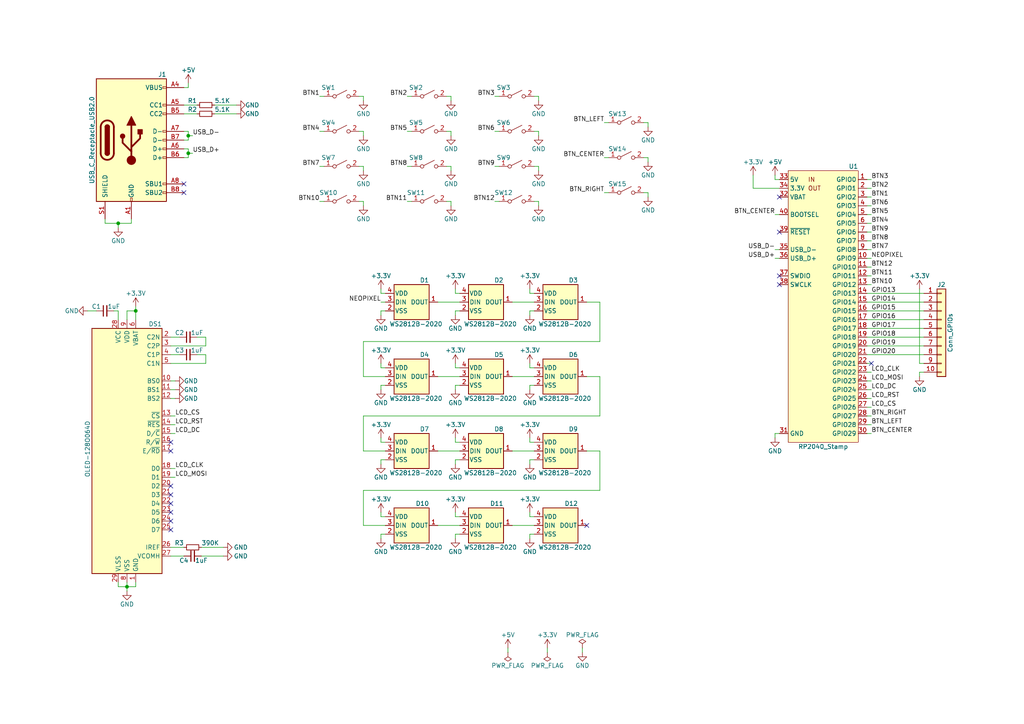
<source format=kicad_sch>
(kicad_sch (version 20230121) (generator eeschema)
  (paper "A4")
  (lib_symbols
    (symbol "Connector:USB_C_Receptacle_USB2.0" (pin_names (offset 1.016))
      (property "Reference" "J" (at -10.16 19.05 0))
      (property "Value" "USB_C_Receptacle_USB2.0" (at 19.05 19.05 0))
      (symbol "USB_C_Receptacle_USB2.0_0_0"
        (rectangle (start -0.254 -17.78) (end 0.254 -16.764))
        (rectangle (start 10.16 -14.986) (end 9.144 -15.494))
        (rectangle (start 10.16 -12.446) (end 9.144 -12.954))
        (rectangle (start 10.16 -4.826) (end 9.144 -5.334))
        (rectangle (start 10.16 -2.286) (end 9.144 -2.794))
        (rectangle (start 10.16 0.254) (end 9.144 -0.254))
        (rectangle (start 10.16 2.794) (end 9.144 2.286))
        (rectangle (start 10.16 7.874) (end 9.144 7.366))
        (rectangle (start 10.16 10.414) (end 9.144 9.906))
        (rectangle (start 10.16 15.494) (end 9.144 14.986))
      )
      (symbol "USB_C_Receptacle_USB2.0_0_1"
        (rectangle (start -10.16 17.78) (end 10.16 -17.78) (stroke (width 0.254)) (fill (type background)))
        (arc (start -8.89 -3.81) (mid -6.985 -5.7067) (end -5.08 -3.81) (stroke (width 0.508)))
        (arc (start -7.62 -3.81) (mid -6.985 -4.4423) (end -6.35 -3.81) (stroke (width 0.254)))
        (arc (start -7.62 -3.81) (mid -6.985 -4.4423) (end -6.35 -3.81) (stroke (width 0.254)) (fill (type outline)))
        (rectangle (start -7.62 -3.81) (end -6.35 3.81) (stroke (width 0.254)) (fill (type outline)))
        (arc (start -6.35 3.81) (mid -6.985 4.4423) (end -7.62 3.81) (stroke (width 0.254)))
        (arc (start -6.35 3.81) (mid -6.985 4.4423) (end -7.62 3.81) (stroke (width 0.254)) (fill (type outline)))
        (arc (start -5.08 3.81) (mid -6.985 5.7067) (end -8.89 3.81) (stroke (width 0.508)))
        (circle (center -2.54 1.143) (radius 0.635) (stroke (width 0.254)) (fill (type outline)))
        (circle (center 0 -5.842) (radius 1.27) (fill (type outline)))
        (polyline (pts (xy -8.89 -3.81) (xy -8.89 3.81)) (stroke (width 0.508)))
        (polyline (pts (xy -5.08 3.81) (xy -5.08 -3.81)) (stroke (width 0.508)))
        (polyline (pts (xy 0 -5.842) (xy 0 4.318)) (stroke (width 0.508)))
        (polyline (pts (xy 0 -3.302) (xy -2.54 -0.762) (xy -2.54 0.508)) (stroke (width 0.508)))
        (polyline (pts (xy 0 -2.032) (xy 2.54 0.508) (xy 2.54 1.778)) (stroke (width 0.508)))
        (polyline (pts (xy -1.27 4.318) (xy 0 6.858) (xy 1.27 4.318) (xy -1.27 4.318)) (stroke (width 0.254)) (fill (type outline)))
        (rectangle (start 1.905 1.778) (end 3.175 3.048) (stroke (width 0.254)) (fill (type outline)))
      )
      (symbol "USB_C_Receptacle_USB2.0_1_1"
        (pin passive line (at 0 -22.86 90) (length 5.08) (name "GND") (number "A1"))
        (pin passive line (at 0 -22.86 90) (length 5.08) hide (name "GND") (number "A12"))
        (pin passive line (at 15.24 15.24 180) (length 5.08) (name "VBUS") (number "A4"))
        (pin bidirectional line (at 15.24 10.16 180) (length 5.08) (name "CC1") (number "A5"))
        (pin bidirectional line (at 15.24 -2.54 180) (length 5.08) (name "D+") (number "A6"))
        (pin bidirectional line (at 15.24 2.54 180) (length 5.08) (name "D-") (number "A7"))
        (pin bidirectional line (at 15.24 -12.7 180) (length 5.08) (name "SBU1") (number "A8"))
        (pin passive line (at 15.24 15.24 180) (length 5.08) hide (name "VBUS") (number "A9"))
        (pin passive line (at 0 -22.86 90) (length 5.08) hide (name "GND") (number "B1"))
        (pin passive line (at 0 -22.86 90) (length 5.08) hide (name "GND") (number "B12"))
        (pin passive line (at 15.24 15.24 180) (length 5.08) hide (name "VBUS") (number "B4"))
        (pin bidirectional line (at 15.24 7.62 180) (length 5.08) (name "CC2") (number "B5"))
        (pin bidirectional line (at 15.24 -5.08 180) (length 5.08) (name "D+") (number "B6"))
        (pin bidirectional line (at 15.24 0 180) (length 5.08) (name "D-") (number "B7"))
        (pin bidirectional line (at 15.24 -15.24 180) (length 5.08) (name "SBU2") (number "B8"))
        (pin passive line (at 15.24 15.24 180) (length 5.08) hide (name "VBUS") (number "B9"))
        (pin passive line (at -7.62 -22.86 90) (length 5.08) (name "SHIELD") (number "S1"))
      )
    )
    (symbol "Connector_Generic:Conn_01x10" (pin_names (offset 1.016) hide)
      (property "Reference" "J" (at 0 12.7 0))
      (property "Value" "Conn_01x10" (at 0 -15.24 0))
      (symbol "Conn_01x10_1_1"
        (rectangle (start -1.27 -12.573) (end 0 -12.827) (stroke (width 0.1524)))
        (rectangle (start -1.27 -10.033) (end 0 -10.287) (stroke (width 0.1524)))
        (rectangle (start -1.27 -7.493) (end 0 -7.747) (stroke (width 0.1524)))
        (rectangle (start -1.27 -4.953) (end 0 -5.207) (stroke (width 0.1524)))
        (rectangle (start -1.27 -2.413) (end 0 -2.667) (stroke (width 0.1524)))
        (rectangle (start -1.27 0.127) (end 0 -0.127) (stroke (width 0.1524)))
        (rectangle (start -1.27 2.667) (end 0 2.413) (stroke (width 0.1524)))
        (rectangle (start -1.27 5.207) (end 0 4.953) (stroke (width 0.1524)))
        (rectangle (start -1.27 7.747) (end 0 7.493) (stroke (width 0.1524)))
        (rectangle (start -1.27 10.287) (end 0 10.033) (stroke (width 0.1524)))
        (rectangle (start -1.27 11.43) (end 1.27 -13.97) (stroke (width 0.254)) (fill (type background)))
        (pin passive line (at -5.08 10.16 0) (length 3.81) (name "Pin_1") (number "1"))
        (pin passive line (at -5.08 -12.7 0) (length 3.81) (name "Pin_10") (number "10"))
        (pin passive line (at -5.08 7.62 0) (length 3.81) (name "Pin_2") (number "2"))
        (pin passive line (at -5.08 5.08 0) (length 3.81) (name "Pin_3") (number "3"))
        (pin passive line (at -5.08 2.54 0) (length 3.81) (name "Pin_4") (number "4"))
        (pin passive line (at -5.08 0 0) (length 3.81) (name "Pin_5") (number "5"))
        (pin passive line (at -5.08 -2.54 0) (length 3.81) (name "Pin_6") (number "6"))
        (pin passive line (at -5.08 -5.08 0) (length 3.81) (name "Pin_7") (number "7"))
        (pin passive line (at -5.08 -7.62 0) (length 3.81) (name "Pin_8") (number "8"))
        (pin passive line (at -5.08 -10.16 0) (length 3.81) (name "Pin_9") (number "9"))
      )
    )
    (symbol "Device:C_Small" (pin_numbers hide) (pin_names (offset 0.254) hide)
      (property "Reference" "C" (at 0.254 1.778 0))
      (property "Value" "C_Small" (at 0.254 -2.032 0))
      (symbol "C_Small_0_1"
        (polyline (pts (xy -1.524 -0.508) (xy 1.524 -0.508)) (stroke (width 0.3302)))
        (polyline (pts (xy -1.524 0.508) (xy 1.524 0.508)) (stroke (width 0.3048)))
      )
      (symbol "C_Small_1_1"
        (pin passive line (at 0 2.54 270) (length 2.032) (name "~") (number "1"))
        (pin passive line (at 0 -2.54 90) (length 2.032) (name "~") (number "2"))
      )
    )
    (symbol "Device:R_Small" (pin_numbers hide) (pin_names (offset 0.254) hide)
      (property "Reference" "R" (at 0.762 0.508 0))
      (property "Value" "R_Small" (at 0.762 -1.016 0))
      (symbol "R_Small_0_1"
        (rectangle (start -0.762 1.778) (end 0.762 -1.778) (stroke (width 0.2032)))
      )
      (symbol "R_Small_1_1"
        (pin passive line (at 0 2.54 270) (length 0.762) (name "~") (number "1"))
        (pin passive line (at 0 -2.54 90) (length 0.762) (name "~") (number "2"))
      )
    )
    (symbol "Display_Graphic:OLED-128O064D"
      (property "Reference" "DS" (at -10.16 38.1 0))
      (property "Value" "OLED-128O064D" (at 12.7 38.1 0))
      (symbol "OLED-128O064D_0_1"
        (rectangle (start -10.16 35.56) (end 10.16 -35.56) (stroke (width 0.254)) (fill (type background)))
      )
      (symbol "OLED-128O064D_1_1"
        (pin power_in line (at -2.54 -38.1 90) (length 2.54) (name "GND") (number "1"))
        (pin input line (at -12.7 20.32 0) (length 2.54) (name "BS0") (number "10"))
        (pin input line (at -12.7 17.78 0) (length 2.54) (name "BS1") (number "11"))
        (pin input line (at -12.7 15.24 0) (length 2.54) (name "BS2") (number "12"))
        (pin input line (at -12.7 10.16 0) (length 2.54) (name "~{CS}") (number "13"))
        (pin input line (at -12.7 7.62 0) (length 2.54) (name "~{RES}") (number "14"))
        (pin input line (at -12.7 5.08 0) (length 2.54) (name "D/~{C}") (number "15"))
        (pin input line (at -12.7 2.54 0) (length 2.54) (name "R/~{W}") (number "16"))
        (pin input line (at -12.7 0 0) (length 2.54) (name "E/~{RD}") (number "17"))
        (pin bidirectional line (at -12.7 -5.08 0) (length 2.54) (name "D0") (number "18"))
        (pin bidirectional line (at -12.7 -7.62 0) (length 2.54) (name "D1") (number "19"))
        (pin passive line (at -12.7 33.02 0) (length 2.54) (name "C2N") (number "2"))
        (pin bidirectional line (at -12.7 -10.16 0) (length 2.54) (name "D2") (number "20"))
        (pin bidirectional line (at -12.7 -12.7 0) (length 2.54) (name "D3") (number "21"))
        (pin bidirectional line (at -12.7 -15.24 0) (length 2.54) (name "D4") (number "22"))
        (pin bidirectional line (at -12.7 -17.78 0) (length 2.54) (name "D5") (number "23"))
        (pin bidirectional line (at -12.7 -20.32 0) (length 2.54) (name "D6") (number "24"))
        (pin bidirectional line (at -12.7 -22.86 0) (length 2.54) (name "D7") (number "25"))
        (pin passive line (at -12.7 -27.94 0) (length 2.54) (name "IREF") (number "26"))
        (pin passive line (at -12.7 -30.48 0) (length 2.54) (name "VCOMH") (number "27"))
        (pin power_in line (at 2.54 38.1 270) (length 2.54) (name "VCC") (number "28"))
        (pin power_in line (at 2.54 -38.1 90) (length 2.54) (name "VLSS") (number "29"))
        (pin passive line (at -12.7 30.48 0) (length 2.54) (name "C2P") (number "3"))
        (pin passive line (at -2.54 -38.1 90) (length 2.54) hide (name "GND") (number "30"))
        (pin passive line (at -12.7 27.94 0) (length 2.54) (name "C1P") (number "4"))
        (pin passive line (at -12.7 25.4 0) (length 2.54) (name "C1N") (number "5"))
        (pin power_in line (at -2.54 38.1 270) (length 2.54) (name "VBAT") (number "6"))
        (pin no_connect line (at 10.16 0 180) (length 2.54) hide (name "NC") (number "7"))
        (pin power_in line (at 0 -38.1 90) (length 2.54) (name "VSS") (number "8"))
        (pin power_in line (at 0 38.1 270) (length 2.54) (name "VDD") (number "9"))
      )
    )
    (symbol "LED_Extra:WS2812B-2020" (pin_names (offset 0.254))
      (property "Reference" "D" (at 5.08 5.715 0))
      (property "Value" "WS2812B-2020" (at 1.27 -5.715 0))
      (symbol "WS2812B-2020_0_1"
        (rectangle (start -5.08 5.08) (end 5.08 -5.08) (stroke (width 0.254)) (fill (type background)))
      )
      (symbol "WS2812B-2020_1_1"
        (pin output line (at 7.62 0 180) (length 2.54) (name "DOUT") (number "1"))
        (pin power_in line (at -7.62 -2.54 0) (length 2.54) (name "VSS") (number "2"))
        (pin input line (at -7.62 0 0) (length 2.54) (name "DIN") (number "3"))
        (pin power_in line (at -7.62 2.54 0) (length 2.54) (name "VDD") (number "4"))
      )
    )
    (symbol "RP2040_Stamp:RP2040_Stamp"
      (property "Reference" "U" (at 10.16 43.18 0))
      (property "Value" "RP2040_Stamp" (at 0 -38.1 0))
      (symbol "RP2040_Stamp_0_0"
        (text "IN" (at -4.445 39.37 0) (effects (font (size 1.27 1.27)) (justify left)))
        (text "OUT" (at -4.445 36.83 0) (effects (font (size 1.27 1.27)) (justify left)))
        (pin bidirectional line (at 12.7 39.37 180) (length 2.54) (name "GPIO0") (number "1"))
        (pin bidirectional line (at 12.7 16.51 180) (length 2.54) (name "GPIO9") (number "10"))
        (pin bidirectional line (at 12.7 13.97 180) (length 2.54) (name "GPIO10") (number "11"))
        (pin bidirectional line (at 12.7 11.43 180) (length 2.54) (name "GPIO11") (number "12"))
        (pin bidirectional line (at 12.7 8.89 180) (length 2.54) (name "GPIO12") (number "13"))
        (pin bidirectional line (at 12.7 6.35 180) (length 2.54) (name "GPIO13") (number "14"))
        (pin bidirectional line (at 12.7 3.81 180) (length 2.54) (name "GPIO14") (number "15"))
        (pin bidirectional line (at 12.7 1.27 180) (length 2.54) (name "GPIO15") (number "16"))
        (pin bidirectional line (at 12.7 -1.27 180) (length 2.54) (name "GPIO16") (number "17"))
        (pin bidirectional line (at 12.7 -3.81 180) (length 2.54) (name "GPIO17") (number "18"))
        (pin bidirectional line (at 12.7 -6.35 180) (length 2.54) (name "GPIO18") (number "19"))
        (pin bidirectional line (at 12.7 36.83 180) (length 2.54) (name "GPIO1") (number "2"))
        (pin bidirectional line (at 12.7 -8.89 180) (length 2.54) (name "GPIO19") (number "20"))
        (pin bidirectional line (at 12.7 -11.43 180) (length 2.54) (name "GPIO20") (number "21"))
        (pin bidirectional line (at 12.7 -13.97 180) (length 2.54) (name "GPIO21") (number "22"))
        (pin bidirectional line (at 12.7 -16.51 180) (length 2.54) (name "GPIO22") (number "23"))
        (pin bidirectional line (at 12.7 -19.05 180) (length 2.54) (name "GPIO23") (number "24"))
        (pin bidirectional line (at 12.7 -21.59 180) (length 2.54) (name "GPIO24") (number "25"))
        (pin bidirectional line (at 12.7 -24.13 180) (length 2.54) (name "GPIO25") (number "26"))
        (pin bidirectional line (at 12.7 -26.67 180) (length 2.54) (name "GPIO26") (number "27"))
        (pin bidirectional line (at 12.7 -29.21 180) (length 2.54) (name "GPIO27") (number "28"))
        (pin bidirectional line (at 12.7 -31.75 180) (length 2.54) (name "GPIO28") (number "29"))
        (pin bidirectional line (at 12.7 34.29 180) (length 2.54) (name "GPIO2") (number "3"))
        (pin bidirectional line (at 12.7 -34.29 180) (length 2.54) (name "GPIO29") (number "30"))
        (pin power_in line (at -12.7 -34.29 0) (length 2.54) (name "GND") (number "31"))
        (pin power_in line (at -12.7 34.29 0) (length 2.54) (name "VBAT") (number "32"))
        (pin power_in line (at -12.7 39.37 0) (length 2.54) (name "5V") (number "33"))
        (pin power_out line (at -12.7 36.83 0) (length 2.54) (name "3.3V") (number "34"))
        (pin bidirectional line (at -12.7 19.05 0) (length 2.54) (name "USB_D-") (number "35"))
        (pin bidirectional line (at -12.7 16.51 0) (length 2.54) (name "USB_D+") (number "36"))
        (pin bidirectional line (at -12.7 11.43 0) (length 2.54) (name "SWDIO") (number "37"))
        (pin input line (at -12.7 8.89 0) (length 2.54) (name "SWCLK") (number "38"))
        (pin bidirectional line (at -12.7 24.13 0) (length 2.54) (name "~{RESET}") (number "39"))
        (pin bidirectional line (at 12.7 31.75 180) (length 2.54) (name "GPIO3") (number "4"))
        (pin input line (at -12.7 29.21 0) (length 2.54) (name "BOOTSEL") (number "40"))
        (pin bidirectional line (at 12.7 29.21 180) (length 2.54) (name "GPIO4") (number "5"))
        (pin bidirectional line (at 12.7 26.67 180) (length 2.54) (name "GPIO5") (number "6"))
        (pin bidirectional line (at 12.7 24.13 180) (length 2.54) (name "GPIO6") (number "7"))
        (pin bidirectional line (at 12.7 21.59 180) (length 2.54) (name "GPIO7") (number "8"))
        (pin bidirectional line (at 12.7 19.05 180) (length 2.54) (name "GPIO8") (number "9"))
      )
      (symbol "RP2040_Stamp_0_1"
        (rectangle (start -10.16 41.91) (end 10.16 -36.83) (stroke (width 0.1524)) (fill (type background)))
      )
    )
    (symbol "Switch:SW_SPST" (pin_names (offset 0) hide)
      (property "Reference" "SW" (at 0 3.175 0))
      (property "Value" "SW_SPST" (at 0 -2.54 0))
      (symbol "SW_SPST_0_0"
        (circle (center -2.032 0) (radius 0.508))
        (polyline (pts (xy -1.524 0.254) (xy 1.524 1.778)))
        (circle (center 2.032 0) (radius 0.508))
      )
      (symbol "SW_SPST_1_1"
        (pin passive line (at -5.08 0 0) (length 2.54) (name "A") (number "1"))
        (pin passive line (at 5.08 0 180) (length 2.54) (name "B") (number "2"))
      )
    )
    (symbol "power:+3.3V" (power) (pin_names (offset 0))
      (property "Value" "+3.3V" (at 0 3.556 0))
      (symbol "+3.3V_0_1"
        (polyline (pts (xy -0.762 1.27) (xy 0 2.54)))
        (polyline (pts (xy 0 0) (xy 0 2.54)))
        (polyline (pts (xy 0 2.54) (xy 0.762 1.27)))
      )
      (symbol "+3.3V_1_1"
        (pin power_in line (at 0 0 90) (length 0) hide (name "+3.3V") (number "1"))
      )
    )
    (symbol "power:+5V" (power) (pin_names (offset 0))
      (property "Value" "+5V" (at 0 3.556 0))
      (symbol "+5V_0_1"
        (polyline (pts (xy -0.762 1.27) (xy 0 2.54)))
        (polyline (pts (xy 0 0) (xy 0 2.54)))
        (polyline (pts (xy 0 2.54) (xy 0.762 1.27)))
      )
      (symbol "+5V_1_1"
        (pin power_in line (at 0 0 90) (length 0) hide (name "+5V") (number "1"))
      )
    )
    (symbol "power:GND" (power) (pin_names (offset 0))
      (property "Value" "GND" (at 0 -3.81 0))
      (symbol "GND_0_1"
        (polyline (pts (xy 0 0) (xy 0 -1.27) (xy 1.27 -1.27) (xy 0 -2.54) (xy -1.27 -1.27) (xy 0 -1.27)))
      )
      (symbol "GND_1_1"
        (pin power_in line (at 0 0 270) (length 0) hide (name "GND") (number "1"))
      )
    )
    (symbol "power:PWR_FLAG" (power) (pin_numbers hide) (pin_names (offset 0) hide)
      (property "Value" "PWR_FLAG" (at 0 3.81 0))
      (symbol "PWR_FLAG_0_0"
        (pin power_out line (at 0 0 90) (length 0) (name "pwr") (number "1"))
      )
      (symbol "PWR_FLAG_0_1"
        (polyline (pts (xy 0 0) (xy 0 1.27) (xy -1.016 1.905) (xy 0 2.54) (xy 1.016 1.905) (xy 0 1.27)))
      )
    )
  )
  (junction (at 54.61 39.37))
  (junction (at 39.37 90.17))
  (junction (at 34.29 64.77))
  (junction (at 54.61 44.45))
  (junction (at 36.83 170.18))
  (no_connect (at 53.34 55.88))
  (no_connect (at 49.53 143.51))
  (no_connect (at 49.53 148.59))
  (no_connect (at 226.06 67.31))
  (no_connect (at 49.53 151.13))
  (no_connect (at 226.06 82.55))
  (no_connect (at 226.06 80.01))
  (no_connect (at 49.53 153.67))
  (no_connect (at 49.53 130.81))
  (no_connect (at 49.53 128.27))
  (no_connect (at 49.53 140.97))
  (no_connect (at 53.34 53.34))
  (no_connect (at 226.06 57.15))
  (no_connect (at 170.18 152.4))
  (no_connect (at 252.73 105.41))
  (no_connect (at 49.53 146.05))
  (wire (pts (xy 251.46 57.15) (xy 252.73 57.15)))
  (wire (pts (xy 266.7 83.82) (xy 266.7 105.41)))
  (wire (pts (xy 251.46 102.87) (xy 267.97 102.87)))
  (wire (pts (xy 39.37 170.18) (xy 39.37 168.91)))
  (wire (pts (xy 104.14 48.26) (xy 105.41 48.26)))
  (wire (pts (xy 58.42 158.75) (xy 64.77 158.75)))
  (wire (pts (xy 110.49 133.35) (xy 110.49 134.62)))
  (wire (pts (xy 170.18 130.81) (xy 173.99 130.81)))
  (wire (pts (xy 111.76 85.09) (xy 110.49 85.09)))
  (wire (pts (xy 251.46 97.79) (xy 267.97 97.79)))
  (wire (pts (xy 104.14 27.94) (xy 105.41 27.94)))
  (wire (pts (xy 34.29 64.77) (xy 34.29 66.04)))
  (wire (pts (xy 110.49 148.59) (xy 110.49 149.86)))
  (wire (pts (xy 133.35 85.09) (xy 132.08 85.09)))
  (wire (pts (xy 251.46 67.31) (xy 252.73 67.31)))
  (wire (pts (xy 251.46 100.33) (xy 267.97 100.33)))
  (wire (pts (xy 49.53 102.87) (xy 52.07 102.87)))
  (wire (pts (xy 105.41 27.94) (xy 105.41 29.21)))
  (wire (pts (xy 173.99 130.81) (xy 173.99 142.24)))
  (wire (pts (xy 62.23 30.48) (xy 68.58 30.48)))
  (wire (pts (xy 186.69 45.72) (xy 187.96 45.72)))
  (wire (pts (xy 53.34 43.18) (xy 54.61 43.18)))
  (wire (pts (xy 49.53 161.29) (xy 53.34 161.29)))
  (wire (pts (xy 36.83 90.17) (xy 36.83 92.71)))
  (wire (pts (xy 224.79 125.73) (xy 224.79 127)))
  (wire (pts (xy 118.11 38.1) (xy 119.38 38.1)))
  (wire (pts (xy 133.35 90.17) (xy 132.08 90.17)))
  (wire (pts (xy 111.76 128.27) (xy 110.49 128.27)))
  (wire (pts (xy 153.67 127) (xy 153.67 128.27)))
  (wire (pts (xy 49.53 100.33) (xy 59.69 100.33)))
  (wire (pts (xy 187.96 55.88) (xy 187.96 57.15)))
  (wire (pts (xy 133.35 111.76) (xy 132.08 111.76)))
  (wire (pts (xy 251.46 80.01) (xy 252.73 80.01)))
  (wire (pts (xy 251.46 92.71) (xy 267.97 92.71)))
  (wire (pts (xy 226.06 125.73) (xy 224.79 125.73)))
  (wire (pts (xy 226.06 54.61) (xy 218.44 54.61)))
  (wire (pts (xy 39.37 90.17) (xy 39.37 92.71)))
  (wire (pts (xy 173.99 109.22) (xy 173.99 120.65)))
  (wire (pts (xy 34.29 170.18) (xy 36.83 170.18)))
  (wire (pts (xy 34.29 64.77) (xy 38.1 64.77)))
  (wire (pts (xy 156.21 58.42) (xy 156.21 59.69)))
  (wire (pts (xy 186.69 35.56) (xy 187.96 35.56)))
  (wire (pts (xy 173.99 87.63) (xy 173.99 99.06)))
  (wire (pts (xy 49.53 125.73) (xy 50.8 125.73)))
  (wire (pts (xy 127 130.81) (xy 133.35 130.81)))
  (wire (pts (xy 251.46 118.11) (xy 252.73 118.11)))
  (wire (pts (xy 132.08 105.41) (xy 132.08 106.68)))
  (wire (pts (xy 59.69 100.33) (xy 59.69 97.79)))
  (wire (pts (xy 186.69 55.88) (xy 187.96 55.88)))
  (wire (pts (xy 251.46 123.19) (xy 252.73 123.19)))
  (wire (pts (xy 251.46 72.39) (xy 252.73 72.39)))
  (wire (pts (xy 154.94 48.26) (xy 156.21 48.26)))
  (wire (pts (xy 34.29 90.17) (xy 34.29 92.71)))
  (wire (pts (xy 251.46 90.17) (xy 267.97 90.17)))
  (wire (pts (xy 153.67 133.35) (xy 153.67 134.62)))
  (wire (pts (xy 92.71 48.26) (xy 93.98 48.26)))
  (wire (pts (xy 49.53 113.03) (xy 50.8 113.03)))
  (wire (pts (xy 156.21 38.1) (xy 156.21 39.37)))
  (wire (pts (xy 104.14 38.1) (xy 105.41 38.1)))
  (wire (pts (xy 158.75 187.96) (xy 158.75 189.23)))
  (wire (pts (xy 154.94 154.94) (xy 153.67 154.94)))
  (wire (pts (xy 110.49 111.76) (xy 110.49 113.03)))
  (wire (pts (xy 118.11 27.94) (xy 119.38 27.94)))
  (wire (pts (xy 127 109.22) (xy 133.35 109.22)))
  (wire (pts (xy 154.94 111.76) (xy 153.67 111.76)))
  (wire (pts (xy 154.94 90.17) (xy 153.67 90.17)))
  (wire (pts (xy 175.26 35.56) (xy 176.53 35.56)))
  (wire (pts (xy 110.49 87.63) (xy 111.76 87.63)))
  (wire (pts (xy 153.67 83.82) (xy 153.67 85.09)))
  (wire (pts (xy 132.08 154.94) (xy 132.08 156.21)))
  (wire (pts (xy 154.94 85.09) (xy 153.67 85.09)))
  (wire (pts (xy 153.67 154.94) (xy 153.67 156.21)))
  (wire (pts (xy 173.99 120.65) (xy 105.41 120.65)))
  (wire (pts (xy 54.61 43.18) (xy 54.61 44.45)))
  (wire (pts (xy 92.71 58.42) (xy 93.98 58.42)))
  (wire (pts (xy 133.35 128.27) (xy 132.08 128.27)))
  (wire (pts (xy 111.76 149.86) (xy 110.49 149.86)))
  (wire (pts (xy 154.94 58.42) (xy 156.21 58.42)))
  (wire (pts (xy 38.1 64.77) (xy 38.1 63.5)))
  (wire (pts (xy 110.49 154.94) (xy 110.49 156.21)))
  (wire (pts (xy 34.29 168.91) (xy 34.29 170.18)))
  (wire (pts (xy 251.46 95.25) (xy 267.97 95.25)))
  (wire (pts (xy 266.7 105.41) (xy 267.97 105.41)))
  (wire (pts (xy 168.91 187.96) (xy 168.91 189.23)))
  (wire (pts (xy 110.49 105.41) (xy 110.49 106.68)))
  (wire (pts (xy 173.99 142.24) (xy 105.41 142.24)))
  (wire (pts (xy 251.46 120.65) (xy 252.73 120.65)))
  (wire (pts (xy 251.46 64.77) (xy 252.73 64.77)))
  (wire (pts (xy 111.76 111.76) (xy 110.49 111.76)))
  (wire (pts (xy 105.41 48.26) (xy 105.41 49.53)))
  (wire (pts (xy 54.61 38.1) (xy 54.61 39.37)))
  (wire (pts (xy 49.53 105.41) (xy 59.69 105.41)))
  (wire (pts (xy 53.34 30.48) (xy 57.15 30.48)))
  (wire (pts (xy 105.41 38.1) (xy 105.41 39.37)))
  (wire (pts (xy 129.54 38.1) (xy 130.81 38.1)))
  (wire (pts (xy 62.23 33.02) (xy 68.58 33.02)))
  (wire (pts (xy 224.79 72.39) (xy 226.06 72.39)))
  (wire (pts (xy 175.26 55.88) (xy 176.53 55.88)))
  (wire (pts (xy 118.11 58.42) (xy 119.38 58.42)))
  (wire (pts (xy 251.46 113.03) (xy 252.73 113.03)))
  (wire (pts (xy 132.08 90.17) (xy 132.08 91.44)))
  (wire (pts (xy 53.34 33.02) (xy 57.15 33.02)))
  (wire (pts (xy 36.83 170.18) (xy 39.37 170.18)))
  (wire (pts (xy 154.94 149.86) (xy 153.67 149.86)))
  (wire (pts (xy 49.53 97.79) (xy 52.07 97.79)))
  (wire (pts (xy 127 87.63) (xy 133.35 87.63)))
  (wire (pts (xy 133.35 154.94) (xy 132.08 154.94)))
  (wire (pts (xy 251.46 82.55) (xy 252.73 82.55)))
  (wire (pts (xy 105.41 152.4) (xy 111.76 152.4)))
  (wire (pts (xy 49.53 123.19) (xy 50.8 123.19)))
  (wire (pts (xy 54.61 44.45) (xy 55.88 44.45)))
  (wire (pts (xy 251.46 77.47) (xy 252.73 77.47)))
  (wire (pts (xy 153.67 148.59) (xy 153.67 149.86)))
  (wire (pts (xy 266.7 107.95) (xy 267.97 107.95)))
  (wire (pts (xy 143.51 27.94) (xy 144.78 27.94)))
  (wire (pts (xy 224.79 62.23) (xy 226.06 62.23)))
  (wire (pts (xy 36.83 170.18) (xy 36.83 171.45)))
  (wire (pts (xy 266.7 107.95) (xy 266.7 109.22)))
  (wire (pts (xy 49.53 120.65) (xy 50.8 120.65)))
  (wire (pts (xy 54.61 39.37) (xy 54.61 40.64)))
  (wire (pts (xy 251.46 62.23) (xy 252.73 62.23)))
  (wire (pts (xy 54.61 40.64) (xy 53.34 40.64)))
  (wire (pts (xy 170.18 109.22) (xy 173.99 109.22)))
  (wire (pts (xy 251.46 105.41) (xy 252.73 105.41)))
  (wire (pts (xy 153.67 105.41) (xy 153.67 106.68)))
  (wire (pts (xy 25.4 90.17) (xy 27.94 90.17)))
  (wire (pts (xy 49.53 138.43) (xy 50.8 138.43)))
  (wire (pts (xy 30.48 63.5) (xy 30.48 64.77)))
  (wire (pts (xy 132.08 148.59) (xy 132.08 149.86)))
  (wire (pts (xy 53.34 25.4) (xy 54.61 25.4)))
  (wire (pts (xy 36.83 90.17) (xy 39.37 90.17)))
  (wire (pts (xy 251.46 69.85) (xy 252.73 69.85)))
  (wire (pts (xy 156.21 48.26) (xy 156.21 49.53)))
  (wire (pts (xy 54.61 39.37) (xy 55.88 39.37)))
  (wire (pts (xy 132.08 111.76) (xy 132.08 113.03)))
  (wire (pts (xy 111.76 106.68) (xy 110.49 106.68)))
  (wire (pts (xy 187.96 45.72) (xy 187.96 46.99)))
  (wire (pts (xy 58.42 161.29) (xy 64.77 161.29)))
  (wire (pts (xy 105.41 130.81) (xy 111.76 130.81)))
  (wire (pts (xy 133.35 133.35) (xy 132.08 133.35)))
  (wire (pts (xy 54.61 38.1) (xy 53.34 38.1)))
  (wire (pts (xy 105.41 142.24) (xy 105.41 152.4)))
  (wire (pts (xy 148.59 130.81) (xy 154.94 130.81)))
  (wire (pts (xy 92.71 38.1) (xy 93.98 38.1)))
  (wire (pts (xy 143.51 38.1) (xy 144.78 38.1)))
  (wire (pts (xy 53.34 45.72) (xy 54.61 45.72)))
  (wire (pts (xy 147.32 187.96) (xy 147.32 189.23)))
  (wire (pts (xy 105.41 99.06) (xy 105.41 109.22)))
  (wire (pts (xy 148.59 109.22) (xy 154.94 109.22)))
  (wire (pts (xy 129.54 58.42) (xy 130.81 58.42)))
  (wire (pts (xy 251.46 125.73) (xy 252.73 125.73)))
  (wire (pts (xy 110.49 90.17) (xy 110.49 91.44)))
  (wire (pts (xy 133.35 106.68) (xy 132.08 106.68)))
  (wire (pts (xy 59.69 97.79) (xy 57.15 97.79)))
  (wire (pts (xy 251.46 59.69) (xy 252.73 59.69)))
  (wire (pts (xy 154.94 128.27) (xy 153.67 128.27)))
  (wire (pts (xy 154.94 133.35) (xy 153.67 133.35)))
  (wire (pts (xy 251.46 74.93) (xy 252.73 74.93)))
  (wire (pts (xy 154.94 106.68) (xy 153.67 106.68)))
  (wire (pts (xy 111.76 154.94) (xy 110.49 154.94)))
  (wire (pts (xy 154.94 27.94) (xy 156.21 27.94)))
  (wire (pts (xy 130.81 38.1) (xy 130.81 39.37)))
  (wire (pts (xy 105.41 120.65) (xy 105.41 130.81)))
  (wire (pts (xy 251.46 115.57) (xy 252.73 115.57)))
  (wire (pts (xy 251.46 110.49) (xy 252.73 110.49)))
  (wire (pts (xy 129.54 27.94) (xy 130.81 27.94)))
  (wire (pts (xy 130.81 48.26) (xy 130.81 49.53)))
  (wire (pts (xy 39.37 88.9) (xy 39.37 90.17)))
  (wire (pts (xy 226.06 52.07) (xy 224.79 52.07)))
  (wire (pts (xy 154.94 38.1) (xy 156.21 38.1)))
  (wire (pts (xy 110.49 127) (xy 110.49 128.27)))
  (wire (pts (xy 170.18 87.63) (xy 173.99 87.63)))
  (wire (pts (xy 156.21 27.94) (xy 156.21 29.21)))
  (wire (pts (xy 34.29 90.17) (xy 33.02 90.17)))
  (wire (pts (xy 110.49 83.82) (xy 110.49 85.09)))
  (wire (pts (xy 105.41 109.22) (xy 111.76 109.22)))
  (wire (pts (xy 251.46 85.09) (xy 267.97 85.09)))
  (wire (pts (xy 143.51 58.42) (xy 144.78 58.42)))
  (wire (pts (xy 49.53 135.89) (xy 50.8 135.89)))
  (wire (pts (xy 59.69 102.87) (xy 57.15 102.87)))
  (wire (pts (xy 153.67 90.17) (xy 153.67 91.44)))
  (wire (pts (xy 54.61 24.13) (xy 54.61 25.4)))
  (wire (pts (xy 59.69 105.41) (xy 59.69 102.87)))
  (wire (pts (xy 49.53 158.75) (xy 53.34 158.75)))
  (wire (pts (xy 129.54 48.26) (xy 130.81 48.26)))
  (wire (pts (xy 251.46 107.95) (xy 252.73 107.95)))
  (wire (pts (xy 127 152.4) (xy 133.35 152.4)))
  (wire (pts (xy 148.59 87.63) (xy 154.94 87.63)))
  (wire (pts (xy 132.08 133.35) (xy 132.08 134.62)))
  (wire (pts (xy 104.14 58.42) (xy 105.41 58.42)))
  (wire (pts (xy 133.35 149.86) (xy 132.08 149.86)))
  (wire (pts (xy 49.53 115.57) (xy 50.8 115.57)))
  (wire (pts (xy 173.99 99.06) (xy 105.41 99.06)))
  (wire (pts (xy 175.26 45.72) (xy 176.53 45.72)))
  (wire (pts (xy 153.67 111.76) (xy 153.67 113.03)))
  (wire (pts (xy 30.48 64.77) (xy 34.29 64.77)))
  (wire (pts (xy 143.51 48.26) (xy 144.78 48.26)))
  (wire (pts (xy 130.81 27.94) (xy 130.81 29.21)))
  (wire (pts (xy 148.59 152.4) (xy 154.94 152.4)))
  (wire (pts (xy 54.61 44.45) (xy 54.61 45.72)))
  (wire (pts (xy 105.41 58.42) (xy 105.41 59.69)))
  (wire (pts (xy 130.81 58.42) (xy 130.81 59.69)))
  (wire (pts (xy 36.83 168.91) (xy 36.83 170.18)))
  (wire (pts (xy 251.46 87.63) (xy 267.97 87.63)))
  (wire (pts (xy 251.46 54.61) (xy 252.73 54.61)))
  (wire (pts (xy 111.76 90.17) (xy 110.49 90.17)))
  (wire (pts (xy 49.53 110.49) (xy 50.8 110.49)))
  (wire (pts (xy 187.96 35.56) (xy 187.96 36.83)))
  (wire (pts (xy 132.08 127) (xy 132.08 128.27)))
  (wire (pts (xy 132.08 83.82) (xy 132.08 85.09)))
  (wire (pts (xy 224.79 50.8) (xy 224.79 52.07)))
  (wire (pts (xy 92.71 27.94) (xy 93.98 27.94)))
  (wire (pts (xy 118.11 48.26) (xy 119.38 48.26)))
  (wire (pts (xy 111.76 133.35) (xy 110.49 133.35)))
  (wire (pts (xy 251.46 52.07) (xy 252.73 52.07)))
  (wire (pts (xy 218.44 50.8) (xy 218.44 54.61)))
  (wire (pts (xy 224.79 74.93) (xy 226.06 74.93)))
  (label "BTN_LEFT" (at 252.73 123.19 0))
  (label "BTN12" (at 143.51 58.42 180))
  (label "BTN3" (at 143.51 27.94 180))
  (label "BTN11" (at 118.11 58.42 180))
  (label "GPIO18" (at 252.73 97.79 0))
  (label "BTN9" (at 143.51 48.26 180))
  (label "GPIO20" (at 252.73 102.87 0))
  (label "BTN5" (at 118.11 38.1 180))
  (label "LCD_CLK" (at 252.73 107.95 0))
  (label "LCD_DC" (at 50.8 125.73 0))
  (label "BTN_RIGHT" (at 175.26 55.88 180))
  (label "LCD_RST" (at 252.73 115.57 0))
  (label "BTN_CENTER" (at 252.73 125.73 0))
  (label "USB_D+" (at 224.79 74.93 180))
  (label "BTN3" (at 252.73 52.07 0))
  (label "BTN_RIGHT" (at 252.73 120.65 0))
  (label "LCD_RST" (at 50.8 123.19 0))
  (label "BTN4" (at 252.73 64.77 0))
  (label "BTN_CENTER" (at 175.26 45.72 180))
  (label "BTN1" (at 92.71 27.94 180))
  (label "BTN11" (at 252.73 80.01 0))
  (label "BTN12" (at 252.73 77.47 0))
  (label "LCD_DC" (at 252.73 113.03 0))
  (label "BTN10" (at 92.71 58.42 180))
  (label "NEOPIXEL" (at 252.73 74.93 0))
  (label "GPIO14" (at 252.73 87.63 0))
  (label "BTN10" (at 252.73 82.55 0))
  (label "BTN1" (at 252.73 57.15 0))
  (label "BTN5" (at 252.73 62.23 0))
  (label "LCD_MOSI" (at 252.73 110.49 0))
  (label "LCD_CS" (at 252.73 118.11 0))
  (label "LCD_CLK" (at 50.8 135.89 0))
  (label "USB_D-" (at 224.79 72.39 180))
  (label "GPIO16" (at 252.73 92.71 0))
  (label "BTN7" (at 252.73 72.39 0))
  (label "BTN7" (at 92.71 48.26 180))
  (label "GPIO17" (at 252.73 95.25 0))
  (label "BTN_LEFT" (at 175.26 35.56 180))
  (label "GPIO13" (at 252.73 85.09 0))
  (label "BTN_CENTER" (at 224.79 62.23 180))
  (label "BTN2" (at 252.73 54.61 0))
  (label "GPIO15" (at 252.73 90.17 0))
  (label "BTN9" (at 252.73 67.31 0))
  (label "BTN2" (at 118.11 27.94 180))
  (label "GPIO19" (at 252.73 100.33 0))
  (label "BTN8" (at 252.73 69.85 0))
  (label "USB_D+" (at 55.88 44.45 0))
  (label "USB_D-" (at 55.88 39.37 0))
  (label "BTN6" (at 252.73 59.69 0))
  (label "LCD_MOSI" (at 50.8 138.43 0))
  (label "NEOPIXEL" (at 110.49 87.63 180))
  (label "BTN6" (at 143.51 38.1 180))
  (label "BTN8" (at 118.11 48.26 180))
  (label "LCD_CS" (at 50.8 120.65 0))
  (label "BTN4" (at 92.71 38.1 180))
  (symbol (lib_id "power:GND") (at 153.67 156.21 0) (unit 1)
    (property "Reference" "#PWR0127" (effects hide))
    (property "Value" "GND" (at 153.67 160.02 0))
  )
  (symbol (lib_id "power:GND") (at 36.83 171.45 0) (unit 1)
    (property "Reference" "#PWR0128" (effects hide))
    (property "Value" "GND" (at 36.83 175.26 0))
  )
  (symbol (lib_id "power:+3.3V") (at 132.08 127 0) (unit 1)
    (property "Reference" "#PWR0124" (effects hide))
    (property "Value" "+3.3V" (at 132.08 123.19 0))
  )
  (symbol (lib_id "Switch:SW_SPST") (at 149.86 38.1 0) (unit 1)
    (property "Reference" "SW6" (at 146.05 35.56 0))
    (property "Value" "SW_SPST" (effects hide))
    (property "Footprint" "Button_Switch_Keyboard:SW_Cherry_MX_1.00u_PCB" (effects hide))
  )
  (symbol (lib_id "Device:C_Small") (at 55.88 161.29 90) (mirror x) (unit 1)
    (property "Reference" "C4" (at 53.34 162.56 90))
    (property "Value" "1uF" (at 58.42 162.56 90))
    (property "Footprint" "Capacitor_SMD:C_0603_1608Metric" (effects hide))
  )
  (symbol (lib_id "Switch:SW_SPST") (at 99.06 58.42 0) (unit 1)
    (property "Reference" "SW10" (at 95.25 55.88 0))
    (property "Value" "SW_SPST" (effects hide))
    (property "Footprint" "Button_Switch_Keyboard:SW_Cherry_MX_1.00u_PCB" (effects hide))
  )
  (symbol (lib_id "Switch:SW_SPST") (at 124.46 38.1 0) (unit 1)
    (property "Reference" "SW5" (at 120.65 35.56 0))
    (property "Value" "SW_SPST" (effects hide))
    (property "Footprint" "Button_Switch_Keyboard:SW_Cherry_MX_1.00u_PCB" (effects hide))
  )
  (symbol (lib_id "power:GND") (at 132.08 134.62 0) (unit 1)
    (property "Reference" "#PWR0123" (effects hide))
    (property "Value" "GND" (at 132.08 138.43 0))
  )
  (symbol (lib_id "power:+3.3V") (at 158.75 187.96 0) (unit 1)
    (property "Reference" "#PWR0149" (effects hide))
    (property "Value" "+3.3V" (at 158.75 184.15 0))
  )
  (symbol (lib_id "LED_Extra:WS2812B-2020") (at 162.56 152.4 0) (unit 1)
    (property "Reference" "D12" (at 167.64 146.05 0) (effects (justify right)))
    (property "Value" "WS2812B-2020" (at 163.83 158.75 0))
    (property "Footprint" "LED_SMD_Extra:WS2812B-2020" (effects hide))
    (property "Datasheet" "https://www.tme.eu/Document/4a8239e52df5e0b5cc2eb96834c5d8b6/WS2812B-2020.pdf" (effects hide))
    (property "LCSC" "C965555" (effects hide))
  )
  (symbol (lib_id "power:+3.3V") (at 132.08 148.59 0) (unit 1)
    (property "Reference" "#PWR0121" (effects hide))
    (property "Value" "+3.3V" (at 132.08 144.78 0))
  )
  (symbol (lib_id "LED_Extra:WS2812B-2020") (at 162.56 87.63 0) (unit 1)
    (property "Reference" "D3" (at 167.64 81.28 0) (effects (justify right)))
    (property "Value" "WS2812B-2020" (at 163.83 93.98 0))
    (property "Footprint" "LED_SMD_Extra:WS2812B-2020" (effects hide))
    (property "Datasheet" "https://www.tme.eu/Document/4a8239e52df5e0b5cc2eb96834c5d8b6/WS2812B-2020.pdf" (effects hide))
    (property "LCSC" "C965555" (effects hide))
  )
  (symbol (lib_id "RP2040_Stamp:RP2040_Stamp") (at 238.76 91.44 0) (unit 1)
    (property "Reference" "U1" (at 248.92 48.26 0) (effects (justify right)))
    (property "Value" "RP2040_Stamp" (at 238.76 129.54 0))
    (property "Footprint" "RP2040_Stamp:RP2040_Stamp_FlexyPin" (effects hide))
  )
  (symbol (lib_id "power:+5V") (at 147.32 187.96 0) (unit 1)
    (property "Reference" "#PWR0150" (effects hide))
    (property "Value" "+5V" (at 147.32 184.15 0))
  )
  (symbol (lib_id "power:GND") (at 156.21 29.21 0) (unit 1)
    (property "Reference" "#PWR0104" (effects hide))
    (property "Value" "GND" (at 156.21 33.02 0))
  )
  (symbol (lib_id "Switch:SW_SPST") (at 181.61 45.72 0) (unit 1)
    (property "Reference" "SW14" (at 179.07 43.18 0))
    (property "Value" "SW_CENTER" (effects hide))
    (property "Footprint" "Button_Switch_SMD:SW_SPST_PTS645" (effects hide))
    (property "LCSC" "C381038" (effects hide))
  )
  (symbol (lib_id "power:GND") (at 64.77 161.29 90) (unit 1)
    (property "Reference" "#PWR0130" (effects hide))
    (property "Value" "GND" (at 69.85 161.29 90))
  )
  (symbol (lib_id "LED_Extra:WS2812B-2020") (at 119.38 87.63 0) (unit 1)
    (property "Reference" "D1" (at 124.46 81.28 0) (effects (justify right)))
    (property "Value" "WS2812B-2020" (at 120.65 93.98 0))
    (property "Footprint" "LED_SMD_Extra:WS2812B-2020" (effects hide))
    (property "Datasheet" "https://www.tme.eu/Document/4a8239e52df5e0b5cc2eb96834c5d8b6/WS2812B-2020.pdf" (effects hide))
    (property "LCSC" "C965555" (effects hide))
  )
  (symbol (lib_id "Switch:SW_SPST") (at 124.46 58.42 0) (unit 1)
    (property "Reference" "SW11" (at 120.65 55.88 0))
    (property "Value" "SW_SPST" (effects hide))
    (property "Footprint" "Button_Switch_Keyboard:SW_Cherry_MX_1.00u_PCB" (effects hide))
  )
  (symbol (lib_id "power:+3.3V") (at 132.08 105.41 0) (unit 1)
    (property "Reference" "#PWR0115" (effects hide))
    (property "Value" "+3.3V" (at 132.08 101.6 0))
  )
  (symbol (lib_id "LED_Extra:WS2812B-2020") (at 119.38 152.4 0) (unit 1)
    (property "Reference" "D10" (at 124.46 146.05 0) (effects (justify right)))
    (property "Value" "WS2812B-2020" (at 120.65 158.75 0))
    (property "Footprint" "LED_SMD_Extra:WS2812B-2020" (effects hide))
    (property "Datasheet" "https://www.tme.eu/Document/4a8239e52df5e0b5cc2eb96834c5d8b6/WS2812B-2020.pdf" (effects hide))
    (property "LCSC" "C965555" (effects hide))
  )
  (symbol (lib_id "power:PWR_FLAG") (at 147.32 189.23 180) (unit 1)
    (property "Reference" "#FLG0103" (effects hide))
    (property "Value" "PWR_FLAG" (at 147.32 193.04 0))
  )
  (symbol (lib_id "power:GND") (at 187.96 36.83 0) (unit 1)
    (property "Reference" "#PWR0103" (effects hide))
    (property "Value" "GND" (at 187.96 40.64 0))
  )
  (symbol (lib_id "Connector_Generic:Conn_01x10") (at 273.05 95.25 0) (unit 1)
    (property "Reference" "J2" (at 273.05 82.55 0))
    (property "Value" "Conn_GPIOs" (at 275.59 96.52 90))
    (property "Footprint" "Connector_PinHeader_2.54mm:PinHeader_1x10_P2.54mm_Vertical" (effects hide))
  )
  (symbol (lib_id "power:+3.3V") (at 218.44 50.8 0) (unit 1)
    (property "Reference" "#PWR04" (effects hide))
    (property "Value" "+3.3V" (at 218.44 46.99 0))
  )
  (symbol (lib_id "power:GND") (at 34.29 66.04 0) (unit 1)
    (property "Reference" "#PWR06" (effects hide))
    (property "Value" "GND" (at 34.29 69.85 0))
  )
  (symbol (lib_id "Switch:SW_SPST") (at 181.61 55.88 0) (unit 1)
    (property "Reference" "SW15" (at 179.07 53.34 0))
    (property "Value" "SW_RIGHT" (effects hide))
    (property "Footprint" "Button_Switch_SMD:SW_SPST_PTS645" (effects hide))
    (property "LCSC" "C381038" (effects hide))
  )
  (symbol (lib_id "LED_Extra:WS2812B-2020") (at 162.56 109.22 0) (unit 1)
    (property "Reference" "D6" (at 167.64 102.87 0) (effects (justify right)))
    (property "Value" "WS2812B-2020" (at 163.83 115.57 0))
    (property "Footprint" "LED_SMD_Extra:WS2812B-2020" (effects hide))
    (property "Datasheet" "https://www.tme.eu/Document/4a8239e52df5e0b5cc2eb96834c5d8b6/WS2812B-2020.pdf" (effects hide))
    (property "LCSC" "C965555" (effects hide))
  )
  (symbol (lib_id "power:GND") (at 132.08 91.44 0) (unit 1)
    (property "Reference" "#PWR0114" (effects hide))
    (property "Value" "GND" (at 132.08 95.25 0))
  )
  (symbol (lib_id "power:GND") (at 110.49 134.62 0) (unit 1)
    (property "Reference" "#PWR0131" (effects hide))
    (property "Value" "GND" (at 110.49 138.43 0))
  )
  (symbol (lib_id "Device:R_Small") (at 55.88 158.75 90) (unit 1)
    (property "Reference" "R3" (at 53.34 157.48 90) (effects (justify left)))
    (property "Value" "390K" (at 58.42 157.48 90) (effects (justify right)))
    (property "Footprint" "Resistor_SMD:R_0603_1608Metric" (effects hide))
  )
  (symbol (lib_id "Display_Graphic:OLED-128O064D") (at 36.83 130.81 0) (mirror y) (unit 1)
    (property "Reference" "DS1" (at 46.99 93.98 0) (effects (justify left)))
    (property "Value" "OLED-128O064D" (at 25.4 138.43 90) (effects (justify left)))
    (property "Footprint" "Display:OLED-128O064D" (effects hide))
    (property "Datasheet" "https://www.vishay.com/docs/37902/oled128o064dbpp3n00000.pdf" (effects hide))
  )
  (symbol (lib_id "power:GND") (at 130.81 29.21 0) (unit 1)
    (property "Reference" "#PWR0111" (effects hide))
    (property "Value" "GND" (at 130.81 33.02 0))
  )
  (symbol (lib_id "Connector:USB_C_Receptacle_USB2.0") (at 38.1 40.64 0) (unit 1)
    (property "Reference" "J1" (at 48.26 21.59 0) (effects (justify right)))
    (property "Value" "USB_C_Receptacle_USB2.0" (at 26.67 40.64 90))
    (property "Footprint" "Connector_USB:USB_C_Receptacle_HRO_TYPE-C-31-M-12" (effects hide))
    (property "Datasheet" "https://www.usb.org/sites/default/files/documents/usb_type-c.zip" (effects hide))
    (property "LCSC" "C319148" (effects hide))
  )
  (symbol (lib_id "Switch:SW_SPST") (at 99.06 38.1 0) (unit 1)
    (property "Reference" "SW4" (at 95.25 35.56 0))
    (property "Value" "SW_SPST" (effects hide))
    (property "Footprint" "Button_Switch_Keyboard:SW_Cherry_MX_1.00u_PCB" (effects hide))
  )
  (symbol (lib_id "Device:C_Small") (at 54.61 97.79 90) (unit 1)
    (property "Reference" "C2" (at 52.07 96.52 90))
    (property "Value" "1uF" (at 57.15 96.52 90))
    (property "Footprint" "Capacitor_SMD:C_0603_1608Metric" (effects hide))
  )
  (symbol (lib_id "power:+5V") (at 54.61 24.13 0) (unit 1)
    (property "Reference" "#PWR01" (effects hide))
    (property "Value" "+5V" (at 54.61 20.32 0))
  )
  (symbol (lib_id "power:GND") (at 156.21 39.37 0) (unit 1)
    (property "Reference" "#PWR0105" (effects hide))
    (property "Value" "GND" (at 156.21 43.18 0))
  )
  (symbol (lib_id "power:+3.3V") (at 110.49 83.82 0) (unit 1)
    (property "Reference" "#PWR0142" (effects hide))
    (property "Value" "+3.3V" (at 110.49 80.01 0))
  )
  (symbol (lib_id "Device:C_Small") (at 30.48 90.17 90) (unit 1)
    (property "Reference" "C1" (at 27.94 88.9 90))
    (property "Value" "1uF" (at 33.02 88.9 90))
    (property "Footprint" "Capacitor_SMD:C_0603_1608Metric" (effects hide))
  )
  (symbol (lib_id "power:GND") (at 187.96 57.15 0) (unit 1)
    (property "Reference" "#PWR0107" (effects hide))
    (property "Value" "GND" (at 187.96 60.96 0))
  )
  (symbol (lib_id "power:GND") (at 187.96 46.99 0) (unit 1)
    (property "Reference" "#PWR0106" (effects hide))
    (property "Value" "GND" (at 187.96 50.8 0))
  )
  (symbol (lib_id "Switch:SW_SPST") (at 149.86 58.42 0) (unit 1)
    (property "Reference" "SW12" (at 146.05 55.88 0))
    (property "Value" "SW_SPST" (effects hide))
    (property "Footprint" "Button_Switch_Keyboard:SW_Cherry_MX_1.00u_PCB" (effects hide))
  )
  (symbol (lib_id "power:GND") (at 50.8 110.49 90) (unit 1)
    (property "Reference" "#PWR0145" (effects hide))
    (property "Value" "GND" (at 53.34 110.49 90) (effects (justify right)))
  )
  (symbol (lib_id "power:GND") (at 130.81 59.69 0) (unit 1)
    (property "Reference" "#PWR0109" (effects hide))
    (property "Value" "GND" (at 130.81 63.5 0))
  )
  (symbol (lib_id "power:GND") (at 224.79 127 0) (unit 1)
    (property "Reference" "#PWR07" (effects hide))
    (property "Value" "GND" (at 224.79 130.81 0))
  )
  (symbol (lib_id "power:+3.3V") (at 153.67 105.41 0) (unit 1)
    (property "Reference" "#PWR0112" (effects hide))
    (property "Value" "+3.3V" (at 153.67 101.6 0))
  )
  (symbol (lib_id "Device:R_Small") (at 59.69 30.48 90) (unit 1)
    (property "Reference" "R1" (at 57.15 29.21 90) (effects (justify left)))
    (property "Value" "5.1K" (at 62.23 29.21 90) (effects (justify right)))
    (property "Footprint" "Resistor_SMD:R_0603_1608Metric" (effects hide))
  )
  (symbol (lib_id "power:GND") (at 68.58 30.48 90) (unit 1)
    (property "Reference" "#PWR02" (effects hide))
    (property "Value" "GND" (at 71.12 30.48 90) (effects (justify right)))
  )
  (symbol (lib_id "LED_Extra:WS2812B-2020") (at 162.56 130.81 0) (unit 1)
    (property "Reference" "D9" (at 167.64 124.46 0) (effects (justify right)))
    (property "Value" "WS2812B-2020" (at 163.83 137.16 0))
    (property "Footprint" "LED_SMD_Extra:WS2812B-2020" (effects hide))
    (property "Datasheet" "https://www.tme.eu/Document/4a8239e52df5e0b5cc2eb96834c5d8b6/WS2812B-2020.pdf" (effects hide))
    (property "LCSC" "C965555" (effects hide))
  )
  (symbol (lib_id "Switch:SW_SPST") (at 124.46 48.26 0) (unit 1)
    (property "Reference" "SW8" (at 120.65 45.72 0))
    (property "Value" "SW_SPST" (effects hide))
    (property "Footprint" "Button_Switch_Keyboard:SW_Cherry_MX_1.00u_PCB" (effects hide))
  )
  (symbol (lib_id "power:GND") (at 156.21 49.53 0) (unit 1)
    (property "Reference" "#PWR0101" (effects hide))
    (property "Value" "GND" (at 156.21 53.34 0))
  )
  (symbol (lib_id "power:GND") (at 130.81 49.53 0) (unit 1)
    (property "Reference" "#PWR0108" (effects hide))
    (property "Value" "GND" (at 130.81 53.34 0))
  )
  (symbol (lib_id "power:GND") (at 50.8 113.03 90) (unit 1)
    (property "Reference" "#PWR0144" (effects hide))
    (property "Value" "GND" (at 53.34 113.03 90) (effects (justify right)))
  )
  (symbol (lib_id "Switch:SW_SPST") (at 149.86 27.94 0) (unit 1)
    (property "Reference" "SW3" (at 146.05 25.4 0))
    (property "Value" "SW_SPST" (effects hide))
    (property "Footprint" "Button_Switch_Keyboard:SW_Cherry_MX_1.00u_PCB" (effects hide))
  )
  (symbol (lib_id "power:GND") (at 50.8 115.57 90) (unit 1)
    (property "Reference" "#PWR0143" (effects hide))
    (property "Value" "GND" (at 53.34 115.57 90) (effects (justify right)))
  )
  (symbol (lib_id "power:+3.3V") (at 39.37 88.9 0) (unit 1)
    (property "Reference" "#PWR0147" (effects hide))
    (property "Value" "+3.3V" (at 39.37 85.09 0))
  )
  (symbol (lib_id "LED_Extra:WS2812B-2020") (at 119.38 109.22 0) (unit 1)
    (property "Reference" "D4" (at 124.46 102.87 0) (effects (justify right)))
    (property "Value" "WS2812B-2020" (at 120.65 115.57 0))
    (property "Footprint" "LED_SMD_Extra:WS2812B-2020" (effects hide))
    (property "Datasheet" "https://www.tme.eu/Document/4a8239e52df5e0b5cc2eb96834c5d8b6/WS2812B-2020.pdf" (effects hide))
    (property "LCSC" "C965555" (effects hide))
  )
  (symbol (lib_id "power:+3.3V") (at 153.67 83.82 0) (unit 1)
    (property "Reference" "#PWR0116" (effects hide))
    (property "Value" "+3.3V" (at 153.67 80.01 0))
  )
  (symbol (lib_id "power:GND") (at 266.7 109.22 0) (mirror y) (unit 1)
    (property "Reference" "#PWR0151" (effects hide))
    (property "Value" "GND" (at 266.7 113.03 0))
  )
  (symbol (lib_id "LED_Extra:WS2812B-2020") (at 140.97 130.81 0) (unit 1)
    (property "Reference" "D8" (at 146.05 124.46 0) (effects (justify right)))
    (property "Value" "WS2812B-2020" (at 142.24 137.16 0))
    (property "Footprint" "LED_SMD_Extra:WS2812B-2020" (effects hide))
    (property "Datasheet" "https://www.tme.eu/Document/4a8239e52df5e0b5cc2eb96834c5d8b6/WS2812B-2020.pdf" (effects hide))
    (property "LCSC" "C965555" (effects hide))
  )
  (symbol (lib_id "power:GND") (at 153.67 134.62 0) (unit 1)
    (property "Reference" "#PWR0119" (effects hide))
    (property "Value" "GND" (at 153.67 138.43 0))
  )
  (symbol (lib_id "Switch:SW_SPST") (at 99.06 27.94 0) (unit 1)
    (property "Reference" "SW1" (at 95.25 25.4 0))
    (property "Value" "SW_SPST" (effects hide))
    (property "Footprint" "Button_Switch_Keyboard:SW_Cherry_MX_1.00u_PCB" (effects hide))
  )
  (symbol (lib_id "power:+3.3V") (at 153.67 127 0) (unit 1)
    (property "Reference" "#PWR0120" (effects hide))
    (property "Value" "+3.3V" (at 153.67 123.19 0))
  )
  (symbol (lib_id "power:PWR_FLAG") (at 168.91 187.96 0) (unit 1)
    (property "Reference" "#FLG0101" (effects hide))
    (property "Value" "PWR_FLAG" (at 168.91 184.15 0))
  )
  (symbol (lib_id "power:GND") (at 105.41 39.37 0) (unit 1)
    (property "Reference" "#PWR0137" (effects hide))
    (property "Value" "GND" (at 105.41 43.18 0))
  )
  (symbol (lib_id "power:+3.3V") (at 132.08 83.82 0) (unit 1)
    (property "Reference" "#PWR0113" (effects hide))
    (property "Value" "+3.3V" (at 132.08 80.01 0))
  )
  (symbol (lib_id "power:GND") (at 110.49 91.44 0) (unit 1)
    (property "Reference" "#PWR0141" (effects hide))
    (property "Value" "GND" (at 110.49 95.25 0))
  )
  (symbol (lib_id "Switch:SW_SPST") (at 124.46 27.94 0) (unit 1)
    (property "Reference" "SW2" (at 120.65 25.4 0))
    (property "Value" "SW_SPST" (effects hide))
    (property "Footprint" "Button_Switch_Keyboard:SW_Cherry_MX_1.00u_PCB" (effects hide))
  )
  (symbol (lib_id "power:GND") (at 105.41 59.69 0) (unit 1)
    (property "Reference" "#PWR0139" (effects hide))
    (property "Value" "GND" (at 105.41 63.5 0))
  )
  (symbol (lib_id "power:GND") (at 153.67 113.03 0) (unit 1)
    (property "Reference" "#PWR0125" (effects hide))
    (property "Value" "GND" (at 153.67 116.84 0))
  )
  (symbol (lib_id "power:GND") (at 132.08 156.21 0) (unit 1)
    (property "Reference" "#PWR0122" (effects hide))
    (property "Value" "GND" (at 132.08 160.02 0))
  )
  (symbol (lib_id "power:GND") (at 110.49 113.03 0) (unit 1)
    (property "Reference" "#PWR0135" (effects hide))
    (property "Value" "GND" (at 110.49 116.84 0))
  )
  (symbol (lib_id "Switch:SW_SPST") (at 181.61 35.56 0) (unit 1)
    (property "Reference" "SW13" (at 179.07 33.02 0))
    (property "Value" "SW_LEFT" (effects hide))
    (property "Footprint" "Button_Switch_SMD:SW_SPST_PTS645" (effects hide))
    (property "LCSC" "C381038" (effects hide))
  )
  (symbol (lib_id "power:GND") (at 110.49 156.21 0) (unit 1)
    (property "Reference" "#PWR0133" (effects hide))
    (property "Value" "GND" (at 110.49 160.02 0))
  )
  (symbol (lib_id "Device:C_Small") (at 54.61 102.87 90) (unit 1)
    (property "Reference" "C3" (at 52.07 101.6 90))
    (property "Value" "1uF" (at 57.15 101.6 90))
    (property "Footprint" "Capacitor_SMD:C_0603_1608Metric" (effects hide))
  )
  (symbol (lib_id "Switch:SW_SPST") (at 99.06 48.26 0) (unit 1)
    (property "Reference" "SW7" (at 95.25 45.72 0))
    (property "Value" "SW_SPST" (effects hide))
    (property "Footprint" "Button_Switch_Keyboard:SW_Cherry_MX_1.00u_PCB" (effects hide))
  )
  (symbol (lib_id "power:GND") (at 64.77 158.75 90) (unit 1)
    (property "Reference" "#PWR0129" (effects hide))
    (property "Value" "GND" (at 69.85 158.75 90))
  )
  (symbol (lib_id "LED_Extra:WS2812B-2020") (at 119.38 130.81 0) (unit 1)
    (property "Reference" "D7" (at 124.46 124.46 0) (effects (justify right)))
    (property "Value" "WS2812B-2020" (at 120.65 137.16 0))
    (property "Footprint" "LED_SMD_Extra:WS2812B-2020" (effects hide))
    (property "Datasheet" "https://www.tme.eu/Document/4a8239e52df5e0b5cc2eb96834c5d8b6/WS2812B-2020.pdf" (effects hide))
    (property "LCSC" "C965555" (effects hide))
  )
  (symbol (lib_id "power:+5V") (at 224.79 50.8 0) (unit 1)
    (property "Reference" "#PWR05" (effects hide))
    (property "Value" "+5V" (at 224.79 46.99 0))
  )
  (symbol (lib_id "power:+3.3V") (at 153.67 148.59 0) (unit 1)
    (property "Reference" "#PWR0126" (effects hide))
    (property "Value" "+3.3V" (at 153.67 144.78 0))
  )
  (symbol (lib_id "power:+3.3V") (at 110.49 127 0) (unit 1)
    (property "Reference" "#PWR0132" (effects hide))
    (property "Value" "+3.3V" (at 110.49 123.19 0))
  )
  (symbol (lib_id "Switch:SW_SPST") (at 149.86 48.26 0) (unit 1)
    (property "Reference" "SW9" (at 146.05 45.72 0))
    (property "Value" "SW_SPST" (effects hide))
    (property "Footprint" "Button_Switch_Keyboard:SW_Cherry_MX_1.00u_PCB" (effects hide))
  )
  (symbol (lib_id "power:GND") (at 168.91 189.23 0) (unit 1)
    (property "Reference" "#PWR0148" (effects hide))
    (property "Value" "GND" (at 168.91 193.04 0))
  )
  (symbol (lib_id "power:GND") (at 25.4 90.17 270) (unit 1)
    (property "Reference" "#PWR0146" (effects hide))
    (property "Value" "GND" (at 22.86 90.17 90) (effects (justify right)))
  )
  (symbol (lib_id "power:GND") (at 132.08 113.03 0) (unit 1)
    (property "Reference" "#PWR0118" (effects hide))
    (property "Value" "GND" (at 132.08 116.84 0))
  )
  (symbol (lib_id "power:PWR_FLAG") (at 158.75 189.23 180) (unit 1)
    (property "Reference" "#FLG0102" (effects hide))
    (property "Value" "PWR_FLAG" (at 158.75 193.04 0))
  )
  (symbol (lib_id "power:GND") (at 153.67 91.44 0) (unit 1)
    (property "Reference" "#PWR0117" (effects hide))
    (property "Value" "GND" (at 153.67 95.25 0))
  )
  (symbol (lib_id "Device:R_Small") (at 59.69 33.02 90) (unit 1)
    (property "Reference" "R2" (at 57.15 31.75 90) (effects (justify left)))
    (property "Value" "5.1K" (at 62.23 31.75 90) (effects (justify right)))
    (property "Footprint" "Resistor_SMD:R_0603_1608Metric" (effects hide))
  )
  (symbol (lib_id "power:GND") (at 68.58 33.02 90) (unit 1)
    (property "Reference" "#PWR03" (effects hide))
    (property "Value" "GND" (at 71.12 33.02 90) (effects (justify right)))
  )
  (symbol (lib_id "power:+3.3V") (at 110.49 105.41 0) (unit 1)
    (property "Reference" "#PWR0136" (effects hide))
    (property "Value" "+3.3V" (at 110.49 101.6 0))
  )
  (symbol (lib_id "power:GND") (at 105.41 49.53 0) (unit 1)
    (property "Reference" "#PWR0140" (effects hide))
    (property "Value" "GND" (at 105.41 53.34 0))
  )
  (symbol (lib_id "power:+3.3V") (at 110.49 148.59 0) (unit 1)
    (property "Reference" "#PWR0134" (effects hide))
    (property "Value" "+3.3V" (at 110.49 144.78 0))
  )
  (symbol (lib_id "power:+3.3V") (at 266.7 83.82 0) (mirror y) (unit 1)
    (property "Reference" "#PWR0152" (effects hide))
    (property "Value" "+3.3V" (at 266.7 80.01 0))
  )
  (symbol (lib_id "power:GND") (at 130.81 39.37 0) (unit 1)
    (property "Reference" "#PWR0110" (effects hide))
    (property "Value" "GND" (at 130.81 43.18 0))
  )
  (symbol (lib_id "LED_Extra:WS2812B-2020") (at 140.97 87.63 0) (unit 1)
    (property "Reference" "D2" (at 146.05 81.28 0) (effects (justify right)))
    (property "Value" "WS2812B-2020" (at 142.24 93.98 0))
    (property "Footprint" "LED_SMD_Extra:WS2812B-2020" (effects hide))
    (property "Datasheet" "https://www.tme.eu/Document/4a8239e52df5e0b5cc2eb96834c5d8b6/WS2812B-2020.pdf" (effects hide))
    (property "LCSC" "C965555" (effects hide))
  )
  (symbol (lib_id "power:GND") (at 156.21 59.69 0) (unit 1)
    (property "Reference" "#PWR0102" (effects hide))
    (property "Value" "GND" (at 156.21 63.5 0))
  )
  (symbol (lib_id "power:GND") (at 105.41 29.21 0) (unit 1)
    (property "Reference" "#PWR0138" (effects hide))
    (property "Value" "GND" (at 105.41 33.02 0))
  )
  (symbol (lib_id "LED_Extra:WS2812B-2020") (at 140.97 152.4 0) (unit 1)
    (property "Reference" "D11" (at 146.05 146.05 0) (effects (justify right)))
    (property "Value" "WS2812B-2020" (at 142.24 158.75 0))
    (property "Footprint" "LED_SMD_Extra:WS2812B-2020" (effects hide))
    (property "Datasheet" "https://www.tme.eu/Document/4a8239e52df5e0b5cc2eb96834c5d8b6/WS2812B-2020.pdf" (effects hide))
    (property "LCSC" "C965555" (effects hide))
  )
  (symbol (lib_id "LED_Extra:WS2812B-2020") (at 140.97 109.22 0) (unit 1)
    (property "Reference" "D5" (at 146.05 102.87 0) (effects (justify right)))
    (property "Value" "WS2812B-2020" (at 142.24 115.57 0))
    (property "Footprint" "LED_SMD_Extra:WS2812B-2020" (effects hide))
    (property "Datasheet" "https://www.tme.eu/Document/4a8239e52df5e0b5cc2eb96834c5d8b6/WS2812B-2020.pdf" (effects hide))
    (property "LCSC" "C965555" (effects hide))
  )
)
</source>
